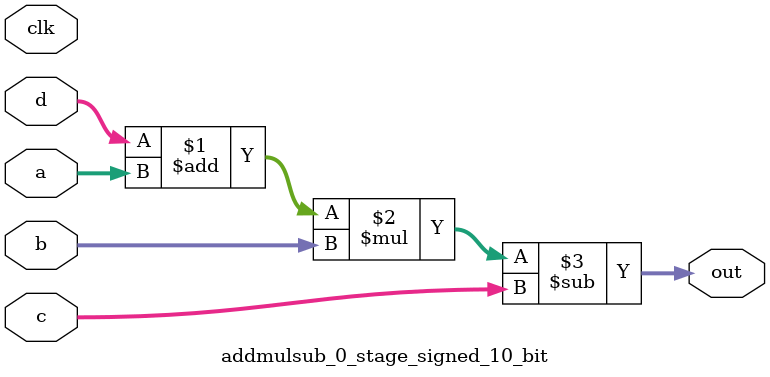
<source format=sv>
(* use_dsp = "yes" *) module addmulsub_0_stage_signed_10_bit(
	input signed [9:0] a,
	input signed [9:0] b,
	input signed [9:0] c,
	input signed [9:0] d,
	output [9:0] out,
	input clk);

	assign out = ((d + a) * b) - c;
endmodule

</source>
